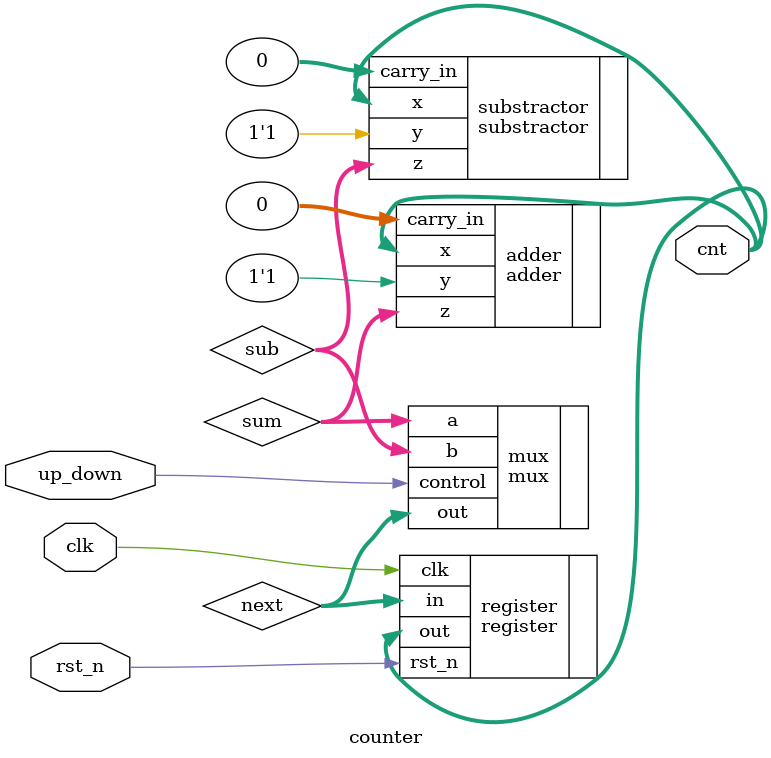
<source format=v>
module counter #(
    parameter WIDTH = 8
) (
    input clk,
    input rst_n,
    input up_down,
    output [WIDTH - 1 : 0] cnt
);
    wire [WIDTH - 1 : 0] sum;
    wire [WIDTH - 1 : 0] sub;
    wire [WIDTH - 1 : 0] next;

    adder #(.WIDTH (WIDTH)) adder (
        .x (cnt),
        .y (1'b1),
        .carry_in (0),
        .z (sum)
    );

    substractor #(.WIDTH (WIDTH)) substractor (
        .x (cnt),
        .y (1'b1),
        .carry_in (0),
        .z (sub)
    );

    register #(.WIDTH (WIDTH)) register (
        .clk (clk),
        .rst_n (rst_n),
        .in (next),
        .out (cnt)
    );

    mux #(.WIDTH (WIDTH)) mux (
        .a (sum),
        .b (sub),
        .control (up_down),
        .out (next)
    );
endmodule

</source>
